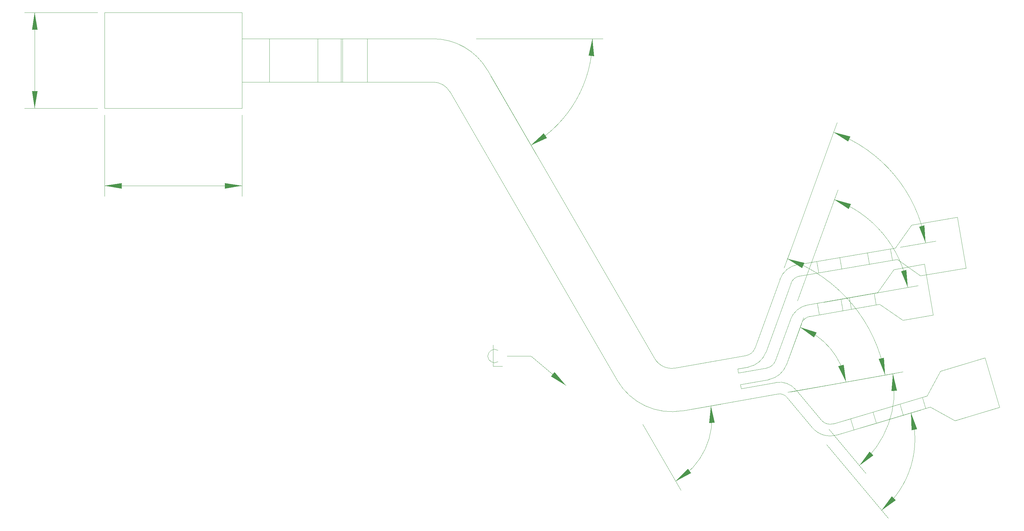
<source format=gbr>
*
G4_C Author: OrCAD GerbTool(tm) 8.1.1 Thu Jun 19 00:37:15 2003*
%LPD*%
%FSLAX34Y34*%
%MOIN*%
%AD*%
%ADD10R,0.050000X0.050000*%
%ADD11C,0.006000*%
%ADD12C,0.019000*%
%ADD13C,0.007900*%
%ADD14C,0.005000*%
%ADD15C,0.000800*%
%ADD16R,0.070000X0.025000*%
%ADD17R,0.068000X0.023000*%
%ADD18C,0.006000*%
%ADD19C,0.009800*%
%ADD20C,0.010000*%
%ADD21C,0.030000*%
%ADD22C,0.060000*%
%ADD23C,0.035000*%
%ADD24C,0.055000*%
%ADD25C,0.010000*%
%ADD26C,0.015000*%
%ADD27C,0.020000*%
%ADD28C,0.005920*%
%ADD29C,0.207760*%
%ADD30C,0.062980*%
%ADD55C,0.001000*%
%ADD56C,0.001000*%
G4_C OrCAD GerbTool Tool List *
G54D56*
G1X-788Y60944D2*
G1X-9156Y60944D1*
G1X-788Y49999D2*
G1X-9156Y49999D1*
G1X-7975Y60944D2*
G1X-7975Y55471D1*
G1X-7975Y49999D1*
G36*
G54D56*
G1X-7660Y58975D2*
G1X-7975Y60944D1*
G1X-8290Y58975D1*
G1X-7660Y58975D1*
G54D56*
G1X-8290Y51968D2*
G1X-7975Y49999D1*
G1X-7660Y51968D1*
G1X-8290Y51968D1*
G37*
G1X15748Y49212D2*
G1X15748Y39930D1*
G1X-1Y49212D2*
G1X-1Y39930D1*
G1X15748Y41111D2*
G1X7874Y41111D1*
G1X-1Y41111D1*
G36*
G54D56*
G1X13779Y40796D2*
G1X15748Y41111D1*
G1X13779Y41426D1*
G1X13779Y40796D1*
G54D56*
G1X1968Y41426D2*
G1X-1Y41111D1*
G1X1968Y40796D1*
G1X1968Y41426D1*
G37*
G1X44230Y53680D2*
G1X49420Y44726D1*
G1X42540Y57952D2*
G1X57040Y57952D1*
G1X48828Y45748D2*
G75*
G3X53976Y50910I-7075J12204D1*
G3X55859Y57952I-12223J7042D1*
G74*
G36*
G54D56*
G1X48828Y45748D2*
G1X50281Y47112D1*
G1X50635Y46591D1*
G1X48828Y45748D1*
G54D56*
G1X55859Y57952D2*
G1X56036Y55966D1*
G1X55408Y56010D1*
G1X55859Y57952D1*
G37*
G1X61615Y13802D2*
G1X65985Y6265D1*
G1X66954Y15494D2*
G1X70575Y16133D1*
G1X65392Y7287D2*
G75*
G3X68762Y10975I-4172J7197D1*
G3X69412Y15928I-7542J3509D1*
G74*
G36*
G54D56*
G1X65392Y7287D2*
G1X66778Y8720D1*
G1X67156Y8216D1*
G1X65392Y7287D1*
G54D56*
G1X69412Y15928D2*
G1X69837Y13980D1*
G1X69208Y13945D1*
G1X69412Y15928D1*
G37*
G1X82906Y13261D2*
G1X87162Y8182D1*
G1X79999Y17795D2*
G1X91397Y19805D1*
G1X86403Y9087D2*
G75*
G3X89728Y13830I-7180J8571D1*
G3X90234Y19599I-10505J3828D1*
G74*
G36*
G54D56*
G1X86403Y9087D2*
G1X87572Y10702D1*
G1X88018Y10256D1*
G1X86403Y9087D1*
G54D56*
G1X90234Y19599D2*
G1X90718Y17665D1*
G1X90090Y17611D1*
G1X90234Y19599D1*
G37*
G1X78213Y17480D2*
G1X86034Y18859D1*
G1X78323Y21368D2*
G1X80022Y26028D1*
G1X84871Y18654D2*
G75*
G3X83083Y22489I-8055J-1420D1*
G3X79618Y24918I-6267J-5256D1*
G74*
G36*
G54D56*
G1X84871Y18654D2*
G1X83998Y20446D1*
G1X84600Y20629D1*
G1X84871Y18654D1*
G54D56*
G1X79618Y24918D2*
G1X81515Y24307D1*
G1X81230Y23746D1*
G1X79618Y24918D1*
G37*
G1X78533Y17536D2*
G1X90520Y19650D1*
G1X77787Y31709D2*
G1X78575Y33878D1*
G1X89357Y19445D2*
G75*
G3X85550Y27605I-17124J-3019D1*
G3X78171Y32768I-13317J-11180D1*
G74*
G36*
G54D56*
G1X89357Y19445D2*
G1X88599Y21289D1*
G1X89212Y21433D1*
G1X89357Y19445D1*
G54D56*
G1X78171Y32768D2*
G1X80105Y32281D1*
G1X79856Y31702D1*
G1X78171Y32768D1*
G37*
G1X91082Y34092D2*
G1X95163Y34787D1*
G1X78103Y32579D2*
G1X83837Y48359D1*
G1X93998Y34588D2*
G75*
G3X90423Y42344I-16164J-2750D1*
G3X83434Y47249I-12589J-10505D1*
G74*
G36*
G54D56*
G1X93998Y34588D2*
G1X93246Y36434D1*
G1X93859Y36577D1*
G1X93998Y34588D1*
G54D56*
G1X83434Y47249D2*
G1X85365Y46756D1*
G1X85115Y46178D1*
G1X83434Y47249D1*
G37*
G1X82648Y11485D2*
G1X89722Y3041D1*
G1X86526Y13393D2*
G1X93455Y15456D1*
G1X88963Y3946D2*
G75*
G3X92314Y9030I-6820J8142D1*
G3X92323Y15119I-10171J3058D1*
G74*
G36*
G54D56*
G1X88963Y3946D2*
G1X90125Y5566D1*
G1X90573Y5123D1*
G1X88963Y3946D1*
G54D56*
G1X92323Y15119D2*
G1X93016Y13250D1*
G1X92398Y13127D1*
G1X92323Y15119D1*
G37*
G1X82342Y27802D2*
G1X93120Y29703D1*
G1X79302Y27958D2*
G1X83932Y40659D1*
G1X91957Y29498D2*
G75*
G3X89088Y35652I-12925J-2279D1*
G3X83528Y39549I-10056J-8433D1*
G74*
G36*
G54D56*
G1X91957Y29498D2*
G1X91166Y31327D1*
G1X91776Y31483D1*
G1X91957Y29498D1*
G54D56*
G1X83528Y39549D2*
G1X85451Y39025D1*
G1X85192Y38451D1*
G1X83528Y39549D1*
G54D56*
G1X52830Y18265D2*
G1X51120Y19289D1*
G1X51525Y19772D1*
G1X52830Y18265D1*
G37*
G1X45019Y22284D2*
G1X44625Y22415D1*
G1X44232Y22284D1*
G1X43969Y22022D1*
G1X43838Y21628D1*
G1X43969Y21234D1*
G1X44232Y20972D1*
G1X44625Y20841D1*
G1X45019Y20972D1*
G1X44494Y22875D2*
G1X44494Y20447D1*
G1X45544Y20447D1*
G1X48825Y21628D2*
G1X46069Y21628D1*
G1X52830Y18265D2*
G1X48825Y21628D1*
G1X-1Y60944D2*
G1X-1Y49999D1*
G1X15748Y60944D2*
G1X15748Y57952D1*
G1X15748Y52991D1*
G1X15748Y49999D1*
G1X18889Y57952D2*
G1X18889Y52991D1*
G1X24401Y57952D2*
G1X24401Y52991D1*
G1X27078Y57952D2*
G1X27078Y52991D1*
G1X27255Y57952D2*
G1X27255Y52991D1*
G1X30087Y57952D2*
G1X30087Y52991D1*
G1X77310Y30397D2*
G1X74445Y22513D1*
G1X78568Y29939D2*
G1X75703Y22056D1*
G1X58695Y18839D2*
G1X39543Y51873D1*
G1X62986Y21327D2*
G1X43835Y54361D1*
G1X72476Y20146D2*
G1X72558Y19681D1*
G1X72790Y18363D2*
G1X72872Y17897D1*
G1X78510Y25789D2*
G1X76796Y21087D1*
G1X79768Y25330D2*
G1X78054Y20629D1*
G1X90345Y31532D2*
G1X88493Y28887D1*
G1X90512Y33995D2*
G1X92381Y36630D1*
G1X81030Y13417D2*
G1X78111Y16901D1*
G1X82056Y14277D2*
G1X79137Y17761D1*
G1X85390Y14452D2*
G1X85772Y13169D1*
G1X81566Y27666D2*
G1X81799Y26347D1*
G1X84274Y28143D2*
G1X84506Y26825D1*
G1X81517Y32465D2*
G1X81741Y31146D1*
G1X84156Y32914D2*
G1X84381Y31595D1*
G1X94135Y17055D2*
G1X95672Y19895D1*
G1X100766Y21411D1*
G1X94135Y17055D2*
G1X83422Y13866D1*
G1X94517Y15772D2*
G1X83804Y12583D1*
G1X97357Y14235D2*
G1X94517Y15772D1*
G1X87956Y15216D2*
G1X88338Y13933D1*
G1X91035Y16132D2*
G1X91417Y14849D1*
G1X93601Y16896D2*
G1X93983Y15613D1*
G1X85233Y28312D2*
G1X85465Y26994D1*
G1X88097Y28817D2*
G1X88329Y27499D1*
G1X94860Y26332D2*
G1X93834Y32147D1*
G1X87324Y33453D2*
G1X87548Y32133D1*
G1X89963Y33902D2*
G1X90188Y32582D1*
G1X102451Y15751D2*
G1X97357Y14235D1*
G1X77075Y17279D2*
G1X66179Y15358D1*
G1X76842Y18597D2*
G1X72872Y17897D1*
G1X76034Y18934D2*
G1X72790Y18363D1*
G1X75801Y20253D2*
G1X72558Y19681D1*
G1X73682Y20359D2*
G1X72476Y20146D1*
G1X73450Y21677D2*
G1X65317Y20243D1*
G1X91370Y25716D2*
G1X94860Y26332D1*
G1X88725Y27569D2*
G1X80763Y26165D1*
G1X88725Y27569D2*
G1X91370Y25716D1*
G1X93371Y30808D2*
G1X90737Y32676D1*
G1X102451Y15751D2*
G1X100766Y21411D1*
G1X98611Y31699D2*
G1X97620Y37521D1*
G1X88493Y28887D2*
G1X80531Y27483D1*
G1X93834Y32147D2*
G1X90345Y31532D1*
G1X98611Y31699D2*
G1X93371Y30808D1*
G1X90737Y32676D2*
G1X79571Y30777D1*
G1X90512Y33995D2*
G1X79347Y32096D1*
G1X92381Y36630D2*
G1X97620Y37521D1*
G1X15748Y49999D2*
G1X-1Y49999D1*
G1X37602Y52991D2*
G1X15748Y52991D1*
G1X37602Y57952D2*
G1X15748Y57952D1*
G1X15748Y60944D2*
G1X-1Y60944D1*
G1X62986Y21327D2*
G75*
G3X65317Y20243I1941J1126D1*
G74*
G1X43835Y54361D2*
G75*
G3X37602Y57952I-6233J-3614D1*
G74*
G1X82056Y14277D2*
G75*
G3X83422Y13866I996J834D1*
G74*
G1X79137Y17761D2*
G75*
G3X76842Y18597I-1871J-1567D1*
G74*
G1X80531Y27483D2*
G75*
G3X78510Y25789I458J-2598D1*
G74*
G1X75801Y20253D2*
G75*
G3X76796Y21087I-226J1279D1*
G74*
G1X79347Y32096D2*
G75*
G3X77310Y30397I442J-2600D1*
G74*
G1X73450Y21677D2*
G75*
G3X74445Y22513I-226J1279D1*
G74*
G1X79571Y30777D2*
G75*
G3X78568Y29939I218J-1281D1*
G74*
G1X73682Y20359D2*
G75*
G3X75703Y22056I-458J2598D1*
G74*
G1X58695Y18839D2*
G75*
G3X66179Y15358I6233J3614D1*
G74*
G1X39543Y51873D2*
G75*
G3X37602Y52991I-1941J-1126D1*
G74*
G1X80763Y26165D2*
G75*
G3X79768Y25330I226J-1279D1*
G74*
G1X76034Y18934D2*
G75*
G3X78054Y20629I-458J2598D1*
G74*
G1X81030Y13417D2*
G75*
G3X83804Y12583I2022J1694D1*
G74*
G1X78111Y16901D2*
G75*
G3X77075Y17279I-845J-708D1*
M2*

</source>
